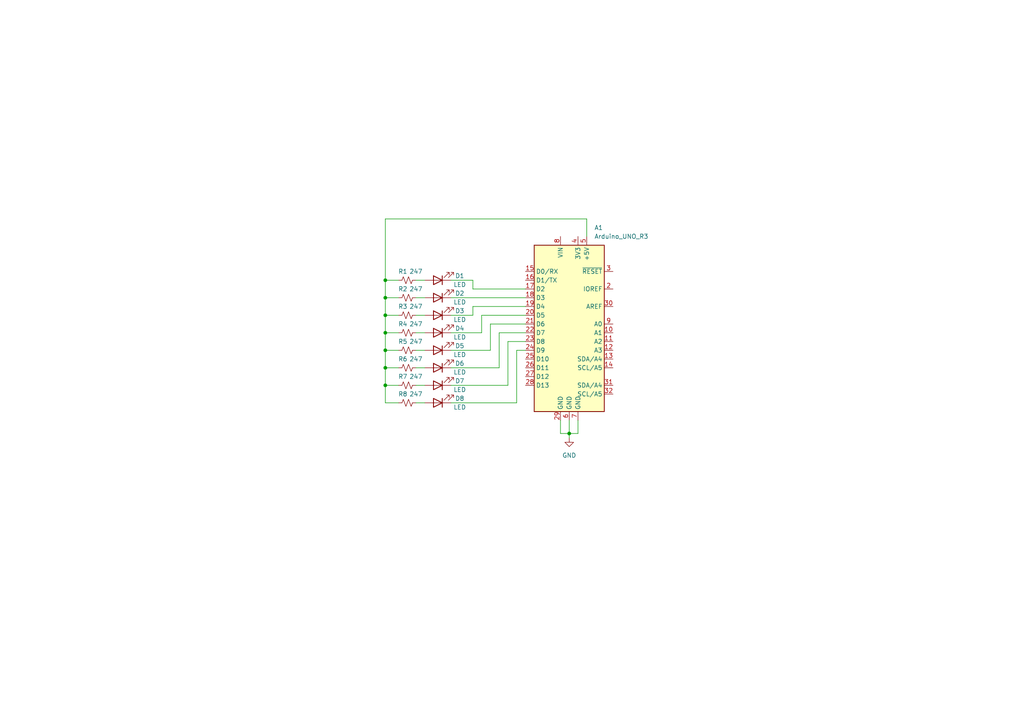
<source format=kicad_sch>
(kicad_sch (version 20230121) (generator eeschema)

  (uuid 02030c82-95e2-4a50-a9eb-00dd6dd72165)

  (paper "A4")

  (title_block
    (title "ARDUINO_LED_SHIELD")
    (date "2024-01-12")
    (rev "1")
    (company "Pham Minh Dat")
    (comment 1 "Ho Chi Minh City University of Technology")
  )

  (lib_symbols
    (symbol "Device:LED" (pin_numbers hide) (pin_names (offset 1.016) hide) (in_bom yes) (on_board yes)
      (property "Reference" "D" (at 0 2.54 0)
        (effects (font (size 1.27 1.27)))
      )
      (property "Value" "LED" (at 0 -2.54 0)
        (effects (font (size 1.27 1.27)))
      )
      (property "Footprint" "" (at 0 0 0)
        (effects (font (size 1.27 1.27)) hide)
      )
      (property "Datasheet" "~" (at 0 0 0)
        (effects (font (size 1.27 1.27)) hide)
      )
      (property "ki_keywords" "LED diode" (at 0 0 0)
        (effects (font (size 1.27 1.27)) hide)
      )
      (property "ki_description" "Light emitting diode" (at 0 0 0)
        (effects (font (size 1.27 1.27)) hide)
      )
      (property "ki_fp_filters" "LED* LED_SMD:* LED_THT:*" (at 0 0 0)
        (effects (font (size 1.27 1.27)) hide)
      )
      (symbol "LED_0_1"
        (polyline
          (pts
            (xy -1.27 -1.27)
            (xy -1.27 1.27)
          )
          (stroke (width 0.254) (type default))
          (fill (type none))
        )
        (polyline
          (pts
            (xy -1.27 0)
            (xy 1.27 0)
          )
          (stroke (width 0) (type default))
          (fill (type none))
        )
        (polyline
          (pts
            (xy 1.27 -1.27)
            (xy 1.27 1.27)
            (xy -1.27 0)
            (xy 1.27 -1.27)
          )
          (stroke (width 0.254) (type default))
          (fill (type none))
        )
        (polyline
          (pts
            (xy -3.048 -0.762)
            (xy -4.572 -2.286)
            (xy -3.81 -2.286)
            (xy -4.572 -2.286)
            (xy -4.572 -1.524)
          )
          (stroke (width 0) (type default))
          (fill (type none))
        )
        (polyline
          (pts
            (xy -1.778 -0.762)
            (xy -3.302 -2.286)
            (xy -2.54 -2.286)
            (xy -3.302 -2.286)
            (xy -3.302 -1.524)
          )
          (stroke (width 0) (type default))
          (fill (type none))
        )
      )
      (symbol "LED_1_1"
        (pin passive line (at -3.81 0 0) (length 2.54)
          (name "K" (effects (font (size 1.27 1.27))))
          (number "1" (effects (font (size 1.27 1.27))))
        )
        (pin passive line (at 3.81 0 180) (length 2.54)
          (name "A" (effects (font (size 1.27 1.27))))
          (number "2" (effects (font (size 1.27 1.27))))
        )
      )
    )
    (symbol "Device:R_Small_US" (pin_numbers hide) (pin_names (offset 0.254) hide) (in_bom yes) (on_board yes)
      (property "Reference" "R" (at 0.762 0.508 0)
        (effects (font (size 1.27 1.27)) (justify left))
      )
      (property "Value" "R_Small_US" (at 0.762 -1.016 0)
        (effects (font (size 1.27 1.27)) (justify left))
      )
      (property "Footprint" "" (at 0 0 0)
        (effects (font (size 1.27 1.27)) hide)
      )
      (property "Datasheet" "~" (at 0 0 0)
        (effects (font (size 1.27 1.27)) hide)
      )
      (property "ki_keywords" "r resistor" (at 0 0 0)
        (effects (font (size 1.27 1.27)) hide)
      )
      (property "ki_description" "Resistor, small US symbol" (at 0 0 0)
        (effects (font (size 1.27 1.27)) hide)
      )
      (property "ki_fp_filters" "R_*" (at 0 0 0)
        (effects (font (size 1.27 1.27)) hide)
      )
      (symbol "R_Small_US_1_1"
        (polyline
          (pts
            (xy 0 0)
            (xy 1.016 -0.381)
            (xy 0 -0.762)
            (xy -1.016 -1.143)
            (xy 0 -1.524)
          )
          (stroke (width 0) (type default))
          (fill (type none))
        )
        (polyline
          (pts
            (xy 0 1.524)
            (xy 1.016 1.143)
            (xy 0 0.762)
            (xy -1.016 0.381)
            (xy 0 0)
          )
          (stroke (width 0) (type default))
          (fill (type none))
        )
        (pin passive line (at 0 2.54 270) (length 1.016)
          (name "~" (effects (font (size 1.27 1.27))))
          (number "1" (effects (font (size 1.27 1.27))))
        )
        (pin passive line (at 0 -2.54 90) (length 1.016)
          (name "~" (effects (font (size 1.27 1.27))))
          (number "2" (effects (font (size 1.27 1.27))))
        )
      )
    )
    (symbol "MCU_Module:Arduino_UNO_R3" (in_bom yes) (on_board yes)
      (property "Reference" "A" (at -10.16 23.495 0)
        (effects (font (size 1.27 1.27)) (justify left bottom))
      )
      (property "Value" "Arduino_UNO_R3" (at 5.08 -26.67 0)
        (effects (font (size 1.27 1.27)) (justify left top))
      )
      (property "Footprint" "Module:Arduino_UNO_R3" (at 0 0 0)
        (effects (font (size 1.27 1.27) italic) hide)
      )
      (property "Datasheet" "https://www.arduino.cc/en/Main/arduinoBoardUno" (at 0 0 0)
        (effects (font (size 1.27 1.27)) hide)
      )
      (property "ki_keywords" "Arduino UNO R3 Microcontroller Module Atmel AVR USB" (at 0 0 0)
        (effects (font (size 1.27 1.27)) hide)
      )
      (property "ki_description" "Arduino UNO Microcontroller Module, release 3" (at 0 0 0)
        (effects (font (size 1.27 1.27)) hide)
      )
      (property "ki_fp_filters" "Arduino*UNO*R3*" (at 0 0 0)
        (effects (font (size 1.27 1.27)) hide)
      )
      (symbol "Arduino_UNO_R3_0_1"
        (rectangle (start -10.16 22.86) (end 10.16 -25.4)
          (stroke (width 0.254) (type default))
          (fill (type background))
        )
      )
      (symbol "Arduino_UNO_R3_1_1"
        (pin no_connect line (at -10.16 -20.32 0) (length 2.54) hide
          (name "NC" (effects (font (size 1.27 1.27))))
          (number "1" (effects (font (size 1.27 1.27))))
        )
        (pin bidirectional line (at 12.7 -2.54 180) (length 2.54)
          (name "A1" (effects (font (size 1.27 1.27))))
          (number "10" (effects (font (size 1.27 1.27))))
        )
        (pin bidirectional line (at 12.7 -5.08 180) (length 2.54)
          (name "A2" (effects (font (size 1.27 1.27))))
          (number "11" (effects (font (size 1.27 1.27))))
        )
        (pin bidirectional line (at 12.7 -7.62 180) (length 2.54)
          (name "A3" (effects (font (size 1.27 1.27))))
          (number "12" (effects (font (size 1.27 1.27))))
        )
        (pin bidirectional line (at 12.7 -10.16 180) (length 2.54)
          (name "SDA/A4" (effects (font (size 1.27 1.27))))
          (number "13" (effects (font (size 1.27 1.27))))
        )
        (pin bidirectional line (at 12.7 -12.7 180) (length 2.54)
          (name "SCL/A5" (effects (font (size 1.27 1.27))))
          (number "14" (effects (font (size 1.27 1.27))))
        )
        (pin bidirectional line (at -12.7 15.24 0) (length 2.54)
          (name "D0/RX" (effects (font (size 1.27 1.27))))
          (number "15" (effects (font (size 1.27 1.27))))
        )
        (pin bidirectional line (at -12.7 12.7 0) (length 2.54)
          (name "D1/TX" (effects (font (size 1.27 1.27))))
          (number "16" (effects (font (size 1.27 1.27))))
        )
        (pin bidirectional line (at -12.7 10.16 0) (length 2.54)
          (name "D2" (effects (font (size 1.27 1.27))))
          (number "17" (effects (font (size 1.27 1.27))))
        )
        (pin bidirectional line (at -12.7 7.62 0) (length 2.54)
          (name "D3" (effects (font (size 1.27 1.27))))
          (number "18" (effects (font (size 1.27 1.27))))
        )
        (pin bidirectional line (at -12.7 5.08 0) (length 2.54)
          (name "D4" (effects (font (size 1.27 1.27))))
          (number "19" (effects (font (size 1.27 1.27))))
        )
        (pin output line (at 12.7 10.16 180) (length 2.54)
          (name "IOREF" (effects (font (size 1.27 1.27))))
          (number "2" (effects (font (size 1.27 1.27))))
        )
        (pin bidirectional line (at -12.7 2.54 0) (length 2.54)
          (name "D5" (effects (font (size 1.27 1.27))))
          (number "20" (effects (font (size 1.27 1.27))))
        )
        (pin bidirectional line (at -12.7 0 0) (length 2.54)
          (name "D6" (effects (font (size 1.27 1.27))))
          (number "21" (effects (font (size 1.27 1.27))))
        )
        (pin bidirectional line (at -12.7 -2.54 0) (length 2.54)
          (name "D7" (effects (font (size 1.27 1.27))))
          (number "22" (effects (font (size 1.27 1.27))))
        )
        (pin bidirectional line (at -12.7 -5.08 0) (length 2.54)
          (name "D8" (effects (font (size 1.27 1.27))))
          (number "23" (effects (font (size 1.27 1.27))))
        )
        (pin bidirectional line (at -12.7 -7.62 0) (length 2.54)
          (name "D9" (effects (font (size 1.27 1.27))))
          (number "24" (effects (font (size 1.27 1.27))))
        )
        (pin bidirectional line (at -12.7 -10.16 0) (length 2.54)
          (name "D10" (effects (font (size 1.27 1.27))))
          (number "25" (effects (font (size 1.27 1.27))))
        )
        (pin bidirectional line (at -12.7 -12.7 0) (length 2.54)
          (name "D11" (effects (font (size 1.27 1.27))))
          (number "26" (effects (font (size 1.27 1.27))))
        )
        (pin bidirectional line (at -12.7 -15.24 0) (length 2.54)
          (name "D12" (effects (font (size 1.27 1.27))))
          (number "27" (effects (font (size 1.27 1.27))))
        )
        (pin bidirectional line (at -12.7 -17.78 0) (length 2.54)
          (name "D13" (effects (font (size 1.27 1.27))))
          (number "28" (effects (font (size 1.27 1.27))))
        )
        (pin power_in line (at -2.54 -27.94 90) (length 2.54)
          (name "GND" (effects (font (size 1.27 1.27))))
          (number "29" (effects (font (size 1.27 1.27))))
        )
        (pin input line (at 12.7 15.24 180) (length 2.54)
          (name "~{RESET}" (effects (font (size 1.27 1.27))))
          (number "3" (effects (font (size 1.27 1.27))))
        )
        (pin input line (at 12.7 5.08 180) (length 2.54)
          (name "AREF" (effects (font (size 1.27 1.27))))
          (number "30" (effects (font (size 1.27 1.27))))
        )
        (pin bidirectional line (at 12.7 -17.78 180) (length 2.54)
          (name "SDA/A4" (effects (font (size 1.27 1.27))))
          (number "31" (effects (font (size 1.27 1.27))))
        )
        (pin bidirectional line (at 12.7 -20.32 180) (length 2.54)
          (name "SCL/A5" (effects (font (size 1.27 1.27))))
          (number "32" (effects (font (size 1.27 1.27))))
        )
        (pin power_out line (at 2.54 25.4 270) (length 2.54)
          (name "3V3" (effects (font (size 1.27 1.27))))
          (number "4" (effects (font (size 1.27 1.27))))
        )
        (pin power_out line (at 5.08 25.4 270) (length 2.54)
          (name "+5V" (effects (font (size 1.27 1.27))))
          (number "5" (effects (font (size 1.27 1.27))))
        )
        (pin power_in line (at 0 -27.94 90) (length 2.54)
          (name "GND" (effects (font (size 1.27 1.27))))
          (number "6" (effects (font (size 1.27 1.27))))
        )
        (pin power_in line (at 2.54 -27.94 90) (length 2.54)
          (name "GND" (effects (font (size 1.27 1.27))))
          (number "7" (effects (font (size 1.27 1.27))))
        )
        (pin power_in line (at -2.54 25.4 270) (length 2.54)
          (name "VIN" (effects (font (size 1.27 1.27))))
          (number "8" (effects (font (size 1.27 1.27))))
        )
        (pin bidirectional line (at 12.7 0 180) (length 2.54)
          (name "A0" (effects (font (size 1.27 1.27))))
          (number "9" (effects (font (size 1.27 1.27))))
        )
      )
    )
    (symbol "power:GND" (power) (pin_names (offset 0)) (in_bom yes) (on_board yes)
      (property "Reference" "#PWR" (at 0 -6.35 0)
        (effects (font (size 1.27 1.27)) hide)
      )
      (property "Value" "GND" (at 0 -3.81 0)
        (effects (font (size 1.27 1.27)))
      )
      (property "Footprint" "" (at 0 0 0)
        (effects (font (size 1.27 1.27)) hide)
      )
      (property "Datasheet" "" (at 0 0 0)
        (effects (font (size 1.27 1.27)) hide)
      )
      (property "ki_keywords" "global power" (at 0 0 0)
        (effects (font (size 1.27 1.27)) hide)
      )
      (property "ki_description" "Power symbol creates a global label with name \"GND\" , ground" (at 0 0 0)
        (effects (font (size 1.27 1.27)) hide)
      )
      (symbol "GND_0_1"
        (polyline
          (pts
            (xy 0 0)
            (xy 0 -1.27)
            (xy 1.27 -1.27)
            (xy 0 -2.54)
            (xy -1.27 -1.27)
            (xy 0 -1.27)
          )
          (stroke (width 0) (type default))
          (fill (type none))
        )
      )
      (symbol "GND_1_1"
        (pin power_in line (at 0 0 270) (length 0) hide
          (name "GND" (effects (font (size 1.27 1.27))))
          (number "1" (effects (font (size 1.27 1.27))))
        )
      )
    )
  )

  (junction (at 111.76 86.36) (diameter 0) (color 0 0 0 0)
    (uuid 3f1acb19-0d06-4fed-9049-27938ba6429e)
  )
  (junction (at 111.76 101.6) (diameter 0) (color 0 0 0 0)
    (uuid 968f9729-71e3-4a77-9a4a-657e520da797)
  )
  (junction (at 111.76 91.44) (diameter 0) (color 0 0 0 0)
    (uuid 98b93699-6efd-4462-bf55-4f3a3a7e1121)
  )
  (junction (at 111.76 96.52) (diameter 0) (color 0 0 0 0)
    (uuid 9caa9771-c1c4-4eff-9614-782fdd43db27)
  )
  (junction (at 111.76 106.68) (diameter 0) (color 0 0 0 0)
    (uuid b4641dc2-f5d8-49cc-be26-4793db749660)
  )
  (junction (at 165.1 125.73) (diameter 0) (color 0 0 0 0)
    (uuid c685195e-c9f8-4c48-bbba-bb076136d3f2)
  )
  (junction (at 111.76 81.28) (diameter 0) (color 0 0 0 0)
    (uuid cc59d957-aa5c-47f5-a7e7-bba28f7bcabf)
  )
  (junction (at 111.76 111.76) (diameter 0) (color 0 0 0 0)
    (uuid fc845afb-b1a9-4719-91c1-ef9d84c6a029)
  )

  (wire (pts (xy 111.76 86.36) (xy 111.76 91.44))
    (stroke (width 0) (type default))
    (uuid 006368f7-6409-4aa1-bbc1-15258b8a2ddd)
  )
  (wire (pts (xy 137.16 91.44) (xy 137.16 88.9))
    (stroke (width 0) (type default))
    (uuid 032bddcf-1152-4674-9f33-8a08ee15ed7f)
  )
  (wire (pts (xy 111.76 111.76) (xy 111.76 116.84))
    (stroke (width 0) (type default))
    (uuid 06113f88-b175-43e3-aa65-6282fe0be838)
  )
  (wire (pts (xy 111.76 101.6) (xy 111.76 106.68))
    (stroke (width 0) (type default))
    (uuid 091e1b71-ec19-4c6f-9e25-3a3716026b5e)
  )
  (wire (pts (xy 165.1 121.92) (xy 165.1 125.73))
    (stroke (width 0) (type default))
    (uuid 0d6242d1-e6c7-4c3c-88b3-7a1c52bc447f)
  )
  (wire (pts (xy 120.65 81.28) (xy 123.19 81.28))
    (stroke (width 0) (type default))
    (uuid 0f155a94-5acd-4c1c-83aa-7f35fd95641c)
  )
  (wire (pts (xy 111.76 96.52) (xy 115.57 96.52))
    (stroke (width 0) (type default))
    (uuid 1125bcdb-e83d-4582-8fa8-1d2d3187a42d)
  )
  (wire (pts (xy 120.65 86.36) (xy 123.19 86.36))
    (stroke (width 0) (type default))
    (uuid 1552ce4d-d27e-44ed-b32d-fe020dd87d71)
  )
  (wire (pts (xy 147.32 99.06) (xy 152.4 99.06))
    (stroke (width 0) (type default))
    (uuid 1eb4e590-5993-425f-9785-a6c5fc360a62)
  )
  (wire (pts (xy 137.16 83.82) (xy 152.4 83.82))
    (stroke (width 0) (type default))
    (uuid 27363c52-35a3-4cf4-a1f8-3c927a5bfe2b)
  )
  (wire (pts (xy 111.76 101.6) (xy 115.57 101.6))
    (stroke (width 0) (type default))
    (uuid 36f975e9-98d6-4edd-a3c7-2e793937d6f4)
  )
  (wire (pts (xy 120.65 101.6) (xy 123.19 101.6))
    (stroke (width 0) (type default))
    (uuid 37e7e921-3efd-4805-9910-6afeaf49cedd)
  )
  (wire (pts (xy 139.7 96.52) (xy 139.7 91.44))
    (stroke (width 0) (type default))
    (uuid 383fd2a1-6c55-4893-b82c-8a14e1bdebca)
  )
  (wire (pts (xy 111.76 63.5) (xy 111.76 81.28))
    (stroke (width 0) (type default))
    (uuid 3aa80887-64a7-4e13-98cf-b4e34cde866a)
  )
  (wire (pts (xy 120.65 106.68) (xy 123.19 106.68))
    (stroke (width 0) (type default))
    (uuid 411a21a4-92c6-404e-a409-40e67e82adc8)
  )
  (wire (pts (xy 115.57 116.84) (xy 111.76 116.84))
    (stroke (width 0) (type default))
    (uuid 47a506bc-3727-403d-950d-1d6319da9b97)
  )
  (wire (pts (xy 165.1 125.73) (xy 167.64 125.73))
    (stroke (width 0) (type default))
    (uuid 49d236a2-6930-4e1f-be43-84193b97aa8f)
  )
  (wire (pts (xy 142.24 93.98) (xy 152.4 93.98))
    (stroke (width 0) (type default))
    (uuid 4c5348db-df83-44e2-bffd-62070f2c6449)
  )
  (wire (pts (xy 165.1 125.73) (xy 165.1 127))
    (stroke (width 0) (type default))
    (uuid 4fd9e64a-0a09-427e-a906-1de1f3a51c79)
  )
  (wire (pts (xy 130.81 116.84) (xy 149.86 116.84))
    (stroke (width 0) (type default))
    (uuid 53235e91-71b4-4f20-98d9-c799a1936f0f)
  )
  (wire (pts (xy 130.81 106.68) (xy 144.78 106.68))
    (stroke (width 0) (type default))
    (uuid 547d650d-a9e0-4bc0-b77f-89734022d5f5)
  )
  (wire (pts (xy 111.76 86.36) (xy 115.57 86.36))
    (stroke (width 0) (type default))
    (uuid 5d1aa860-cfe4-439e-af46-ab3e2a334357)
  )
  (wire (pts (xy 120.65 116.84) (xy 123.19 116.84))
    (stroke (width 0) (type default))
    (uuid 6c95f571-7dce-48cc-a592-cd003cc76fc1)
  )
  (wire (pts (xy 167.64 121.92) (xy 167.64 125.73))
    (stroke (width 0) (type default))
    (uuid 6ec606cd-8693-4f41-b696-d958efeee28b)
  )
  (wire (pts (xy 111.76 81.28) (xy 115.57 81.28))
    (stroke (width 0) (type default))
    (uuid 70b34e9d-2319-43ee-88e5-4bd3b2906f5a)
  )
  (wire (pts (xy 120.65 111.76) (xy 123.19 111.76))
    (stroke (width 0) (type default))
    (uuid 71399eb6-e912-4b5a-b228-a705c6f60e58)
  )
  (wire (pts (xy 111.76 81.28) (xy 111.76 86.36))
    (stroke (width 0) (type default))
    (uuid 7352ac05-02bc-4e2a-a89b-af3f1f09ad4e)
  )
  (wire (pts (xy 139.7 91.44) (xy 152.4 91.44))
    (stroke (width 0) (type default))
    (uuid 74ae7c02-7bc9-41f1-a38c-c205c9fff396)
  )
  (wire (pts (xy 130.81 91.44) (xy 137.16 91.44))
    (stroke (width 0) (type default))
    (uuid 9c26abdf-48e6-4e9a-bb26-af3e8ed83e24)
  )
  (wire (pts (xy 144.78 106.68) (xy 144.78 96.52))
    (stroke (width 0) (type default))
    (uuid 9ecd145f-7b7e-46e8-8734-bc77cd61ffa7)
  )
  (wire (pts (xy 170.18 63.5) (xy 170.18 68.58))
    (stroke (width 0) (type default))
    (uuid a0b114bb-51ab-4674-9227-d6f12a13a5ec)
  )
  (wire (pts (xy 144.78 96.52) (xy 152.4 96.52))
    (stroke (width 0) (type default))
    (uuid a0d5eab9-85e1-48ab-bd87-adde989cf94a)
  )
  (wire (pts (xy 111.76 106.68) (xy 111.76 111.76))
    (stroke (width 0) (type default))
    (uuid a4cfb85f-f20f-4eca-ba5f-8e21da9f84df)
  )
  (wire (pts (xy 142.24 101.6) (xy 142.24 93.98))
    (stroke (width 0) (type default))
    (uuid a5f6326e-3053-45a3-820e-a77b65b91227)
  )
  (wire (pts (xy 111.76 106.68) (xy 115.57 106.68))
    (stroke (width 0) (type default))
    (uuid a6b234a2-a680-4ab5-bee7-f7e33456e9e9)
  )
  (wire (pts (xy 137.16 88.9) (xy 152.4 88.9))
    (stroke (width 0) (type default))
    (uuid af7358fb-f7bd-4234-909c-d534878d0654)
  )
  (wire (pts (xy 137.16 83.82) (xy 137.16 81.28))
    (stroke (width 0) (type default))
    (uuid affb5226-eb28-4806-bd46-33c6048f8c55)
  )
  (wire (pts (xy 130.81 101.6) (xy 142.24 101.6))
    (stroke (width 0) (type default))
    (uuid b6f4afba-315e-4ffc-96e1-996f0d7b3eea)
  )
  (wire (pts (xy 130.81 81.28) (xy 137.16 81.28))
    (stroke (width 0) (type default))
    (uuid bf05efd2-68cf-49c6-9f6d-48c423674018)
  )
  (wire (pts (xy 130.81 86.36) (xy 152.4 86.36))
    (stroke (width 0) (type default))
    (uuid d245238c-c767-4220-bbb9-e0e389dbbad1)
  )
  (wire (pts (xy 120.65 96.52) (xy 123.19 96.52))
    (stroke (width 0) (type default))
    (uuid d3173b66-eb84-4d31-b9f0-d3aad075aed2)
  )
  (wire (pts (xy 149.86 101.6) (xy 152.4 101.6))
    (stroke (width 0) (type default))
    (uuid d3fd46a2-e1e7-415c-a5e2-307d1ed2d221)
  )
  (wire (pts (xy 111.76 63.5) (xy 170.18 63.5))
    (stroke (width 0) (type default))
    (uuid d7ea1b60-be96-49d7-b8f8-de40ac92c75d)
  )
  (wire (pts (xy 111.76 91.44) (xy 115.57 91.44))
    (stroke (width 0) (type default))
    (uuid d9b257a6-3e57-4e9d-99f2-18667e24e5a9)
  )
  (wire (pts (xy 120.65 91.44) (xy 123.19 91.44))
    (stroke (width 0) (type default))
    (uuid da530dbd-5f58-4a14-aa6a-3e9dafcf7f10)
  )
  (wire (pts (xy 147.32 111.76) (xy 147.32 99.06))
    (stroke (width 0) (type default))
    (uuid e1ba843b-0bad-4206-a27b-27ce3bf62ebc)
  )
  (wire (pts (xy 149.86 116.84) (xy 149.86 101.6))
    (stroke (width 0) (type default))
    (uuid e2afa27e-bbcf-4524-9496-e762d56114fa)
  )
  (wire (pts (xy 162.56 121.92) (xy 162.56 125.73))
    (stroke (width 0) (type default))
    (uuid e321418c-cc8b-4a1f-b3d3-c80db829ec1f)
  )
  (wire (pts (xy 111.76 111.76) (xy 115.57 111.76))
    (stroke (width 0) (type default))
    (uuid e6f6eb4a-38c6-491e-87c1-cae47ea441a5)
  )
  (wire (pts (xy 130.81 111.76) (xy 147.32 111.76))
    (stroke (width 0) (type default))
    (uuid e9e12576-6223-48c6-9dca-c446d88e6c16)
  )
  (wire (pts (xy 162.56 125.73) (xy 165.1 125.73))
    (stroke (width 0) (type default))
    (uuid e9f1fa5f-27f3-4146-b715-722ce3aa8955)
  )
  (wire (pts (xy 130.81 96.52) (xy 139.7 96.52))
    (stroke (width 0) (type default))
    (uuid f023cc96-9004-4d8b-9fda-f25e55ee9c87)
  )
  (wire (pts (xy 111.76 91.44) (xy 111.76 96.52))
    (stroke (width 0) (type default))
    (uuid f40f9366-ee67-453f-a0a9-0bd72c8d98ff)
  )
  (wire (pts (xy 111.76 96.52) (xy 111.76 101.6))
    (stroke (width 0) (type default))
    (uuid fec1f925-f973-47cf-a3f5-00e45cd7819a)
  )

  (symbol (lib_id "Device:R_Small_US") (at 118.11 86.36 90) (unit 1)
    (in_bom yes) (on_board yes) (dnp no)
    (uuid 02ec618a-29a8-47c6-893b-b030f7c846e2)
    (property "Reference" "R2" (at 116.84 83.82 90)
      (effects (font (size 1.27 1.27)))
    )
    (property "Value" "247" (at 120.65 83.82 90)
      (effects (font (size 1.27 1.27)))
    )
    (property "Footprint" "Resistor_SMD:R_0603_1608Metric" (at 118.11 86.36 0)
      (effects (font (size 1.27 1.27)) hide)
    )
    (property "Datasheet" "~" (at 118.11 86.36 0)
      (effects (font (size 1.27 1.27)) hide)
    )
    (pin "1" (uuid b3e2486e-7a9a-4bed-80c1-78f5fa2e633f))
    (pin "2" (uuid d8a642a6-231a-4c31-86ed-c32587bd2fa3))
    (instances
      (project "arduino_uno_shield"
        (path "/02030c82-95e2-4a50-a9eb-00dd6dd72165"
          (reference "R2") (unit 1)
        )
      )
    )
  )

  (symbol (lib_id "Device:LED") (at 127 91.44 180) (unit 1)
    (in_bom yes) (on_board yes) (dnp no)
    (uuid 3be0cdb1-b6f0-46a7-9c28-c553e96017c7)
    (property "Reference" "D3" (at 133.35 90.17 0)
      (effects (font (size 1.27 1.27)))
    )
    (property "Value" "LED" (at 133.35 92.71 0)
      (effects (font (size 1.27 1.27)))
    )
    (property "Footprint" "LED_SMD:LED_0805_2012Metric" (at 127 91.44 0)
      (effects (font (size 1.27 1.27)) hide)
    )
    (property "Datasheet" "~" (at 127 91.44 0)
      (effects (font (size 1.27 1.27)) hide)
    )
    (pin "1" (uuid abc95874-9a4a-4f11-a841-751302467c25))
    (pin "2" (uuid e915985c-82d8-43ff-817e-13cdf096b0da))
    (instances
      (project "arduino_uno_shield"
        (path "/02030c82-95e2-4a50-a9eb-00dd6dd72165"
          (reference "D3") (unit 1)
        )
      )
    )
  )

  (symbol (lib_id "Device:LED") (at 127 101.6 180) (unit 1)
    (in_bom yes) (on_board yes) (dnp no)
    (uuid 4c71d48e-afe0-4dd4-845d-60589aee40f9)
    (property "Reference" "D5" (at 133.35 100.33 0)
      (effects (font (size 1.27 1.27)))
    )
    (property "Value" "LED" (at 133.35 102.87 0)
      (effects (font (size 1.27 1.27)))
    )
    (property "Footprint" "LED_SMD:LED_0805_2012Metric" (at 127 101.6 0)
      (effects (font (size 1.27 1.27)) hide)
    )
    (property "Datasheet" "~" (at 127 101.6 0)
      (effects (font (size 1.27 1.27)) hide)
    )
    (pin "1" (uuid d0baf8d2-82c3-4727-8a5d-ff5515828f03))
    (pin "2" (uuid 6f6f0d84-9d2a-4039-83d9-171d001f75b1))
    (instances
      (project "arduino_uno_shield"
        (path "/02030c82-95e2-4a50-a9eb-00dd6dd72165"
          (reference "D5") (unit 1)
        )
      )
    )
  )

  (symbol (lib_id "Device:LED") (at 127 81.28 180) (unit 1)
    (in_bom yes) (on_board yes) (dnp no)
    (uuid 53e102aa-fc3b-4b2e-b7e2-87620b8aa4b3)
    (property "Reference" "D1" (at 133.35 80.01 0)
      (effects (font (size 1.27 1.27)))
    )
    (property "Value" "LED" (at 133.35 82.55 0)
      (effects (font (size 1.27 1.27)))
    )
    (property "Footprint" "LED_SMD:LED_0805_2012Metric" (at 127 81.28 0)
      (effects (font (size 1.27 1.27)) hide)
    )
    (property "Datasheet" "~" (at 127 81.28 0)
      (effects (font (size 1.27 1.27)) hide)
    )
    (pin "1" (uuid b53bc09e-9f39-4b04-9e2b-913b33188dc6))
    (pin "2" (uuid 65bcf1f3-0b98-436c-a200-4690d3f0e95a))
    (instances
      (project "arduino_uno_shield"
        (path "/02030c82-95e2-4a50-a9eb-00dd6dd72165"
          (reference "D1") (unit 1)
        )
      )
    )
  )

  (symbol (lib_id "Device:LED") (at 127 86.36 180) (unit 1)
    (in_bom yes) (on_board yes) (dnp no)
    (uuid 7c9539ce-339b-4206-8f47-c5cfe42d7cf0)
    (property "Reference" "D2" (at 133.35 85.09 0)
      (effects (font (size 1.27 1.27)))
    )
    (property "Value" "LED" (at 133.35 87.63 0)
      (effects (font (size 1.27 1.27)))
    )
    (property "Footprint" "LED_SMD:LED_0805_2012Metric" (at 127 86.36 0)
      (effects (font (size 1.27 1.27)) hide)
    )
    (property "Datasheet" "~" (at 127 86.36 0)
      (effects (font (size 1.27 1.27)) hide)
    )
    (pin "1" (uuid 5cf03ffe-98af-4047-9f83-182b9e10e8a7))
    (pin "2" (uuid 4e904324-9b1c-40cf-adf7-b5f9281cd887))
    (instances
      (project "arduino_uno_shield"
        (path "/02030c82-95e2-4a50-a9eb-00dd6dd72165"
          (reference "D2") (unit 1)
        )
      )
    )
  )

  (symbol (lib_id "Device:R_Small_US") (at 118.11 116.84 90) (unit 1)
    (in_bom yes) (on_board yes) (dnp no)
    (uuid 9b7692f8-6cb5-4174-a29f-2eb7279466c4)
    (property "Reference" "R8" (at 116.84 114.3 90)
      (effects (font (size 1.27 1.27)))
    )
    (property "Value" "247" (at 120.65 114.3 90)
      (effects (font (size 1.27 1.27)))
    )
    (property "Footprint" "Resistor_SMD:R_0603_1608Metric" (at 118.11 116.84 0)
      (effects (font (size 1.27 1.27)) hide)
    )
    (property "Datasheet" "~" (at 118.11 116.84 0)
      (effects (font (size 1.27 1.27)) hide)
    )
    (pin "1" (uuid e176a367-d88e-4219-93a2-4b2664e13aef))
    (pin "2" (uuid 70d428de-cfca-4d61-9855-56cdd64efff7))
    (instances
      (project "arduino_uno_shield"
        (path "/02030c82-95e2-4a50-a9eb-00dd6dd72165"
          (reference "R8") (unit 1)
        )
      )
    )
  )

  (symbol (lib_id "power:GND") (at 165.1 127 0) (unit 1)
    (in_bom yes) (on_board yes) (dnp no) (fields_autoplaced)
    (uuid ada5a7d2-8e0d-45b6-a69e-9f32628ab85f)
    (property "Reference" "#PWR01" (at 165.1 133.35 0)
      (effects (font (size 1.27 1.27)) hide)
    )
    (property "Value" "GND" (at 165.1 132.08 0)
      (effects (font (size 1.27 1.27)))
    )
    (property "Footprint" "" (at 165.1 127 0)
      (effects (font (size 1.27 1.27)) hide)
    )
    (property "Datasheet" "" (at 165.1 127 0)
      (effects (font (size 1.27 1.27)) hide)
    )
    (pin "1" (uuid 302be9bc-46a6-4bba-9104-85fcb3d06ed6))
    (instances
      (project "arduino_uno_shield"
        (path "/02030c82-95e2-4a50-a9eb-00dd6dd72165"
          (reference "#PWR01") (unit 1)
        )
      )
    )
  )

  (symbol (lib_id "Device:R_Small_US") (at 118.11 111.76 90) (unit 1)
    (in_bom yes) (on_board yes) (dnp no)
    (uuid b11482cb-532d-4681-8f8e-d5fa2614ea22)
    (property "Reference" "R7" (at 116.84 109.22 90)
      (effects (font (size 1.27 1.27)))
    )
    (property "Value" "247" (at 120.65 109.22 90)
      (effects (font (size 1.27 1.27)))
    )
    (property "Footprint" "Resistor_SMD:R_0603_1608Metric" (at 118.11 111.76 0)
      (effects (font (size 1.27 1.27)) hide)
    )
    (property "Datasheet" "~" (at 118.11 111.76 0)
      (effects (font (size 1.27 1.27)) hide)
    )
    (pin "1" (uuid 095a60e2-f6c7-46a9-b962-9f8b81719efc))
    (pin "2" (uuid abd85025-3490-4f1d-91a4-d2ff4b74b106))
    (instances
      (project "arduino_uno_shield"
        (path "/02030c82-95e2-4a50-a9eb-00dd6dd72165"
          (reference "R7") (unit 1)
        )
      )
    )
  )

  (symbol (lib_id "Device:R_Small_US") (at 118.11 101.6 90) (unit 1)
    (in_bom yes) (on_board yes) (dnp no)
    (uuid b44e59bf-ad95-476e-874b-6a4a8accc13a)
    (property "Reference" "R5" (at 116.84 99.06 90)
      (effects (font (size 1.27 1.27)))
    )
    (property "Value" "247" (at 120.65 99.06 90)
      (effects (font (size 1.27 1.27)))
    )
    (property "Footprint" "Resistor_SMD:R_0603_1608Metric" (at 118.11 101.6 0)
      (effects (font (size 1.27 1.27)) hide)
    )
    (property "Datasheet" "~" (at 118.11 101.6 0)
      (effects (font (size 1.27 1.27)) hide)
    )
    (pin "1" (uuid 13ec3078-05c7-4650-9860-21edfb28dc36))
    (pin "2" (uuid 3e4ca138-24d0-440e-9b0c-32b9e2a86c0c))
    (instances
      (project "arduino_uno_shield"
        (path "/02030c82-95e2-4a50-a9eb-00dd6dd72165"
          (reference "R5") (unit 1)
        )
      )
    )
  )

  (symbol (lib_id "Device:LED") (at 127 96.52 180) (unit 1)
    (in_bom yes) (on_board yes) (dnp no)
    (uuid b8cfd13b-0438-4c5a-b9bd-12843cb239b8)
    (property "Reference" "D4" (at 133.35 95.25 0)
      (effects (font (size 1.27 1.27)))
    )
    (property "Value" "LED" (at 133.35 97.79 0)
      (effects (font (size 1.27 1.27)))
    )
    (property "Footprint" "LED_SMD:LED_0805_2012Metric" (at 127 96.52 0)
      (effects (font (size 1.27 1.27)) hide)
    )
    (property "Datasheet" "~" (at 127 96.52 0)
      (effects (font (size 1.27 1.27)) hide)
    )
    (pin "1" (uuid 4ec5b887-c1d9-45de-9679-c7e070c7689b))
    (pin "2" (uuid 67c6251c-ca4f-4b31-bb15-bd9004d3089c))
    (instances
      (project "arduino_uno_shield"
        (path "/02030c82-95e2-4a50-a9eb-00dd6dd72165"
          (reference "D4") (unit 1)
        )
      )
    )
  )

  (symbol (lib_id "Device:LED") (at 127 116.84 180) (unit 1)
    (in_bom yes) (on_board yes) (dnp no)
    (uuid c3cba1ee-c7df-461c-a355-262466923196)
    (property "Reference" "D8" (at 133.35 115.57 0)
      (effects (font (size 1.27 1.27)))
    )
    (property "Value" "LED" (at 133.35 118.11 0)
      (effects (font (size 1.27 1.27)))
    )
    (property "Footprint" "LED_SMD:LED_0805_2012Metric" (at 127 116.84 0)
      (effects (font (size 1.27 1.27)) hide)
    )
    (property "Datasheet" "~" (at 127 116.84 0)
      (effects (font (size 1.27 1.27)) hide)
    )
    (pin "1" (uuid 4437fa56-1576-4a43-835c-a0e43361ce86))
    (pin "2" (uuid a8600e4e-7a8c-4aa9-9fc6-5bf6fcf74d80))
    (instances
      (project "arduino_uno_shield"
        (path "/02030c82-95e2-4a50-a9eb-00dd6dd72165"
          (reference "D8") (unit 1)
        )
      )
    )
  )

  (symbol (lib_id "Device:LED") (at 127 106.68 180) (unit 1)
    (in_bom yes) (on_board yes) (dnp no)
    (uuid ca21f544-660b-49b8-8dae-c3e74dadd577)
    (property "Reference" "D6" (at 133.35 105.41 0)
      (effects (font (size 1.27 1.27)))
    )
    (property "Value" "LED" (at 133.35 107.95 0)
      (effects (font (size 1.27 1.27)))
    )
    (property "Footprint" "LED_SMD:LED_0805_2012Metric" (at 127 106.68 0)
      (effects (font (size 1.27 1.27)) hide)
    )
    (property "Datasheet" "~" (at 127 106.68 0)
      (effects (font (size 1.27 1.27)) hide)
    )
    (pin "1" (uuid 8ba18746-08f7-417e-89df-a5cff1001207))
    (pin "2" (uuid 3327a09c-f65c-47c9-927c-922be135d25c))
    (instances
      (project "arduino_uno_shield"
        (path "/02030c82-95e2-4a50-a9eb-00dd6dd72165"
          (reference "D6") (unit 1)
        )
      )
    )
  )

  (symbol (lib_id "Device:R_Small_US") (at 118.11 91.44 90) (unit 1)
    (in_bom yes) (on_board yes) (dnp no)
    (uuid ce8173dd-d6a3-4f0b-8f17-ceff2acd4246)
    (property "Reference" "R3" (at 116.84 88.9 90)
      (effects (font (size 1.27 1.27)))
    )
    (property "Value" "247" (at 120.65 88.9 90)
      (effects (font (size 1.27 1.27)))
    )
    (property "Footprint" "Resistor_SMD:R_0603_1608Metric" (at 118.11 91.44 0)
      (effects (font (size 1.27 1.27)) hide)
    )
    (property "Datasheet" "~" (at 118.11 91.44 0)
      (effects (font (size 1.27 1.27)) hide)
    )
    (pin "1" (uuid f5eba685-4ba9-42ec-84e2-167376dd093b))
    (pin "2" (uuid 58b14e63-432f-4b61-b80c-afd1498c0a4a))
    (instances
      (project "arduino_uno_shield"
        (path "/02030c82-95e2-4a50-a9eb-00dd6dd72165"
          (reference "R3") (unit 1)
        )
      )
    )
  )

  (symbol (lib_id "Device:R_Small_US") (at 118.11 81.28 90) (unit 1)
    (in_bom yes) (on_board yes) (dnp no)
    (uuid eb4d1b90-2354-4b12-b5e2-7416d083fb71)
    (property "Reference" "R1" (at 116.84 78.74 90)
      (effects (font (size 1.27 1.27)))
    )
    (property "Value" "247" (at 120.65 78.74 90)
      (effects (font (size 1.27 1.27)))
    )
    (property "Footprint" "Resistor_SMD:R_0603_1608Metric" (at 118.11 81.28 0)
      (effects (font (size 1.27 1.27)) hide)
    )
    (property "Datasheet" "~" (at 118.11 81.28 0)
      (effects (font (size 1.27 1.27)) hide)
    )
    (pin "1" (uuid 70a48801-41cb-4ecc-973e-71f33a29f05e))
    (pin "2" (uuid 5c13858f-501a-48ef-aa14-7617018ba89e))
    (instances
      (project "arduino_uno_shield"
        (path "/02030c82-95e2-4a50-a9eb-00dd6dd72165"
          (reference "R1") (unit 1)
        )
      )
    )
  )

  (symbol (lib_id "Device:R_Small_US") (at 118.11 106.68 90) (unit 1)
    (in_bom yes) (on_board yes) (dnp no)
    (uuid f3ebb8e1-9cc1-4c1e-a1d8-fa477ec068d1)
    (property "Reference" "R6" (at 116.84 104.14 90)
      (effects (font (size 1.27 1.27)))
    )
    (property "Value" "247" (at 120.65 104.14 90)
      (effects (font (size 1.27 1.27)))
    )
    (property "Footprint" "Resistor_SMD:R_0603_1608Metric" (at 118.11 106.68 0)
      (effects (font (size 1.27 1.27)) hide)
    )
    (property "Datasheet" "~" (at 118.11 106.68 0)
      (effects (font (size 1.27 1.27)) hide)
    )
    (pin "1" (uuid 7ace114c-b0bf-457f-b605-deb9d7f0e1d1))
    (pin "2" (uuid 4415beb1-131f-4cca-8389-4a52bc8d2fda))
    (instances
      (project "arduino_uno_shield"
        (path "/02030c82-95e2-4a50-a9eb-00dd6dd72165"
          (reference "R6") (unit 1)
        )
      )
    )
  )

  (symbol (lib_id "MCU_Module:Arduino_UNO_R3") (at 165.1 93.98 0) (unit 1)
    (in_bom yes) (on_board yes) (dnp no) (fields_autoplaced)
    (uuid f9dfe603-f15b-4a15-9248-287ae335541b)
    (property "Reference" "A1" (at 172.3741 66.04 0)
      (effects (font (size 1.27 1.27)) (justify left))
    )
    (property "Value" "Arduino_UNO_R3" (at 172.3741 68.58 0)
      (effects (font (size 1.27 1.27)) (justify left))
    )
    (property "Footprint" "Module:Arduino_UNO_R3" (at 165.1 93.98 0)
      (effects (font (size 1.27 1.27) italic) hide)
    )
    (property "Datasheet" "https://www.arduino.cc/en/Main/arduinoBoardUno" (at 165.1 93.98 0)
      (effects (font (size 1.27 1.27)) hide)
    )
    (pin "30" (uuid ede1c27e-097c-47d8-b807-b54e18040300))
    (pin "28" (uuid b1470aa5-fc2e-47d4-bfb9-87f1e1c31a4f))
    (pin "29" (uuid 64084391-2ff0-4b45-b3d5-1bd228d7deb7))
    (pin "19" (uuid ad51eaa7-7e1c-4ced-aa07-d05db1034424))
    (pin "16" (uuid 293eefec-6418-4ca6-a892-78a54df660a7))
    (pin "10" (uuid 415c4cbf-2328-4a3e-b8ae-8b62dbdd5404))
    (pin "18" (uuid be064a31-4ae1-4283-a8e6-4bbf4d94c9d5))
    (pin "3" (uuid fa0cb1d0-4141-49d6-a3f4-4909443bc01d))
    (pin "32" (uuid 1473eb45-098f-40b0-a91c-f3facd345acc))
    (pin "5" (uuid 1e64b593-823e-49ef-8148-b023fee5b5c0))
    (pin "25" (uuid f84423e6-c5a6-4815-a7e0-dd802fd5cfaa))
    (pin "12" (uuid eb253b53-4137-4d47-a9b8-1f8ba6d91344))
    (pin "9" (uuid 3d92baba-d903-4347-b8f6-26a1582f58fb))
    (pin "15" (uuid 53e5dda0-5077-4bd9-a7a8-92c6ea353ed9))
    (pin "4" (uuid 8efa8136-f8a4-4664-8414-fa1510b2f8de))
    (pin "8" (uuid 391a99be-4e93-44bf-b2bb-84f41c26ec52))
    (pin "11" (uuid 0d1f343d-3a97-4410-854a-6ef3f4dfc80a))
    (pin "26" (uuid 05088664-2b28-4a2c-9ff8-1a58740085bb))
    (pin "14" (uuid aac001f1-0290-40d1-9e5d-f016b20e72de))
    (pin "21" (uuid bffe50fb-51e2-4f45-8afd-4fc1420c4af5))
    (pin "31" (uuid 3d466aa0-807a-450d-bcfc-98f956f58961))
    (pin "22" (uuid 7844f6e6-4baa-4929-ac2e-b7a2cd59d3ec))
    (pin "6" (uuid c5561844-ff90-4a45-a97f-f02c55962c1f))
    (pin "7" (uuid 7456d01c-90c6-45a9-9fb6-67a2464e7c63))
    (pin "24" (uuid e23b0dd1-8781-477b-95ad-85dfee9f04ae))
    (pin "20" (uuid 5c4d90be-db92-4c4d-9033-9b69bc776743))
    (pin "2" (uuid a98e730c-f7dc-4f45-a4e6-23e172b12c6f))
    (pin "1" (uuid 8a88ca57-d410-4148-a3d3-7d519a88beb5))
    (pin "13" (uuid 043840df-5c41-4f52-9d30-a2de9ffc6201))
    (pin "17" (uuid 1c27cc93-1a93-42a9-96ef-bdf63159dc73))
    (pin "23" (uuid e6bf6da2-f079-4915-8b27-e772a3945eec))
    (pin "27" (uuid bbc1e906-e938-4d08-b016-ee22c0f9d9bc))
    (instances
      (project "arduino_uno_shield"
        (path "/02030c82-95e2-4a50-a9eb-00dd6dd72165"
          (reference "A1") (unit 1)
        )
      )
    )
  )

  (symbol (lib_id "Device:LED") (at 127 111.76 180) (unit 1)
    (in_bom yes) (on_board yes) (dnp no)
    (uuid fa20cdde-b48d-4e41-b111-6f7b8a93e210)
    (property "Reference" "D7" (at 133.35 110.49 0)
      (effects (font (size 1.27 1.27)))
    )
    (property "Value" "LED" (at 133.35 113.03 0)
      (effects (font (size 1.27 1.27)))
    )
    (property "Footprint" "LED_SMD:LED_0805_2012Metric" (at 127 111.76 0)
      (effects (font (size 1.27 1.27)) hide)
    )
    (property "Datasheet" "~" (at 127 111.76 0)
      (effects (font (size 1.27 1.27)) hide)
    )
    (pin "1" (uuid 78099447-d6d5-49fb-8f1e-8087abb9a36c))
    (pin "2" (uuid c5fe068f-944f-4f79-9190-637eca9a6a79))
    (instances
      (project "arduino_uno_shield"
        (path "/02030c82-95e2-4a50-a9eb-00dd6dd72165"
          (reference "D7") (unit 1)
        )
      )
    )
  )

  (symbol (lib_id "Device:R_Small_US") (at 118.11 96.52 90) (unit 1)
    (in_bom yes) (on_board yes) (dnp no)
    (uuid fc021159-6f4d-45fc-801f-b93896bd71ec)
    (property "Reference" "R4" (at 116.84 93.98 90)
      (effects (font (size 1.27 1.27)))
    )
    (property "Value" "247" (at 120.65 93.98 90)
      (effects (font (size 1.27 1.27)))
    )
    (property "Footprint" "Resistor_SMD:R_0603_1608Metric" (at 118.11 96.52 0)
      (effects (font (size 1.27 1.27)) hide)
    )
    (property "Datasheet" "~" (at 118.11 96.52 0)
      (effects (font (size 1.27 1.27)) hide)
    )
    (pin "1" (uuid 1091f934-3b6b-40ad-ad29-58bd9ec6f38b))
    (pin "2" (uuid 8bea3149-56ee-4141-8e39-539eb6ecf615))
    (instances
      (project "arduino_uno_shield"
        (path "/02030c82-95e2-4a50-a9eb-00dd6dd72165"
          (reference "R4") (unit 1)
        )
      )
    )
  )

  (sheet_instances
    (path "/" (page "1"))
  )
)

</source>
